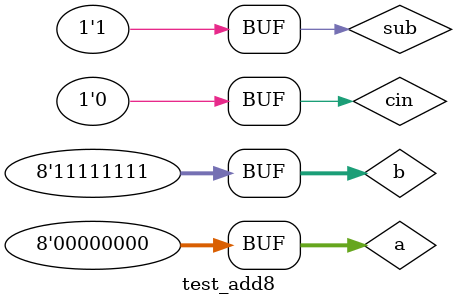
<source format=v>
`include "src/alu/arithm/add_sub.v"

module test_add8;
   parameter WIRE = 8;
   reg [7:0] a, b;
   reg 	     cin, sub;
   wire [7:0] s;
   wire       cout;

   add_sub #(.WIRE(WIRE)) test_addX(a, b, cin, sub, s, cout);

   initial
     begin
	$dumpfile("signal_add8.vcd");
	$dumpvars;
	$display("\t\ttime,\ta,\tb, \tcin, \tsub,\ts,\tcout");
	$monitor("%d \t%d \t%d \t%b \t%b \t%d \t%b", $time, a, b, cin, sub, s, cout);

	a = 0;
	b = 0;
	cin = 0;
	sub = 0;
	#5;
	a = 22;
	b = 0;
	cin = 0;
	sub = 0;
	#5;
	a = 0;
	b = 83;
	cin = 0;
	sub = 0;
	#5;
	a = 22;
	b = 83;
	cin = 0;
	sub = 0;
	#5;
	a = 0;
	b = 0;
	cin = 0;
	sub = 1;
	#5;
	a = 24;
	b = 0;
	cin = 0;
	sub = 1;
	#5;
	a = 0;
	b = 12;
	cin = 0;
	sub = 1;
	#5;
	a = 24;
	b = 12;
	cin = 0;
	sub = 1;
	#5;
	a = 0;
	b = 255;
	cin = 0;
	sub = 1;

     end
endmodule // test_add8


	

</source>
